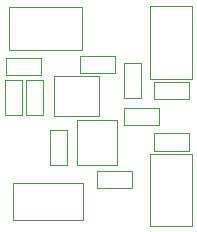
<source format=gbr>
%TF.GenerationSoftware,KiCad,Pcbnew,8.0.1*%
%TF.CreationDate,2024-05-12T21:11:43+05:30*%
%TF.ProjectId,PBSEQ-D2,50425345-512d-4443-922e-6b696361645f,0.1*%
%TF.SameCoordinates,Original*%
%TF.FileFunction,Other,User*%
%FSLAX46Y46*%
G04 Gerber Fmt 4.6, Leading zero omitted, Abs format (unit mm)*
G04 Created by KiCad (PCBNEW 8.0.1) date 2024-05-12 21:11:43*
%MOMM*%
%LPD*%
G01*
G04 APERTURE LIST*
%ADD10C,0.050000*%
G04 APERTURE END LIST*
D10*
%TO.C,R3*%
X137315000Y-95675000D02*
X140275000Y-95675000D01*
X137315000Y-97135000D02*
X137315000Y-95675000D01*
X140275000Y-95675000D02*
X140275000Y-97135000D01*
X140275000Y-97135000D02*
X137315000Y-97135000D01*
%TO.C,R5*%
X141010000Y-96300000D02*
X142470000Y-96300000D01*
X141010000Y-99260000D02*
X141010000Y-96300000D01*
X142470000Y-96300000D02*
X142470000Y-99260000D01*
X142470000Y-99260000D02*
X141010000Y-99260000D01*
%TO.C,J3*%
X131277500Y-91570000D02*
X131277500Y-95170000D01*
X131277500Y-95170000D02*
X137427500Y-95170000D01*
X137427500Y-91570000D02*
X131277500Y-91570000D01*
X137427500Y-95170000D02*
X137427500Y-91570000D01*
%TO.C,J1*%
X143180000Y-91470000D02*
X143180000Y-97620000D01*
X143180000Y-97620000D02*
X146780000Y-97620000D01*
X146780000Y-91470000D02*
X143180000Y-91470000D01*
X146780000Y-97620000D02*
X146780000Y-91470000D01*
%TO.C,Q1*%
X135035000Y-97406000D02*
X135035000Y-100806000D01*
X135035000Y-100806000D02*
X138875000Y-100806000D01*
X138875000Y-97406000D02*
X135035000Y-97406000D01*
X138875000Y-100806000D02*
X138875000Y-97406000D01*
%TO.C,D1*%
X143520000Y-97880000D02*
X146480000Y-97880000D01*
X143520000Y-99340000D02*
X143520000Y-97880000D01*
X146480000Y-97880000D02*
X146480000Y-99340000D01*
X146480000Y-99340000D02*
X143520000Y-99340000D01*
%TO.C,R2*%
X138725000Y-105455000D02*
X141685000Y-105455000D01*
X138725000Y-106915000D02*
X138725000Y-105455000D01*
X141685000Y-105455000D02*
X141685000Y-106915000D01*
X141685000Y-106915000D02*
X138725000Y-106915000D01*
%TO.C,R6*%
X141010000Y-100120000D02*
X143970000Y-100120000D01*
X141010000Y-101580000D02*
X141010000Y-100120000D01*
X143970000Y-100120000D02*
X143970000Y-101580000D01*
X143970000Y-101580000D02*
X141010000Y-101580000D01*
%TO.C,J2*%
X143180000Y-103970000D02*
X143180000Y-110120000D01*
X143180000Y-110120000D02*
X146780000Y-110120000D01*
X146780000Y-103970000D02*
X143180000Y-103970000D01*
X146780000Y-110120000D02*
X146780000Y-103970000D01*
%TO.C,D2*%
X143520000Y-102270000D02*
X146480000Y-102270000D01*
X143520000Y-103730000D02*
X143520000Y-102270000D01*
X146480000Y-102270000D02*
X146480000Y-103730000D01*
X146480000Y-103730000D02*
X143520000Y-103730000D01*
%TO.C,R4*%
X131025000Y-95875000D02*
X133985000Y-95875000D01*
X131025000Y-97335000D02*
X131025000Y-95875000D01*
X133985000Y-95875000D02*
X133985000Y-97335000D01*
X133985000Y-97335000D02*
X131025000Y-97335000D01*
%TO.C,C1*%
X130925000Y-97725000D02*
X132385000Y-97725000D01*
X130925000Y-100685000D02*
X130925000Y-97725000D01*
X132385000Y-97725000D02*
X132385000Y-100685000D01*
X132385000Y-100685000D02*
X130925000Y-100685000D01*
%TO.C,SW1*%
X137535000Y-109635000D02*
X131635000Y-109635000D01*
X131635000Y-106435000D01*
X137535000Y-106435000D01*
X137535000Y-109635000D01*
%TO.C,R1*%
X132695000Y-97725000D02*
X134155000Y-97725000D01*
X132695000Y-100685000D02*
X132695000Y-97725000D01*
X134155000Y-97725000D02*
X134155000Y-100685000D01*
X134155000Y-100685000D02*
X132695000Y-100685000D01*
%TO.C,C2*%
X134735000Y-102015000D02*
X136195000Y-102015000D01*
X134735000Y-104975000D02*
X134735000Y-102015000D01*
X136195000Y-102015000D02*
X136195000Y-104975000D01*
X136195000Y-104975000D02*
X134735000Y-104975000D01*
%TO.C,Q2*%
X137037000Y-101125000D02*
X137037000Y-104965000D01*
X137037000Y-104965000D02*
X140437000Y-104965000D01*
X140437000Y-101125000D02*
X137037000Y-101125000D01*
X140437000Y-104965000D02*
X140437000Y-101125000D01*
%TD*%
M02*

</source>
